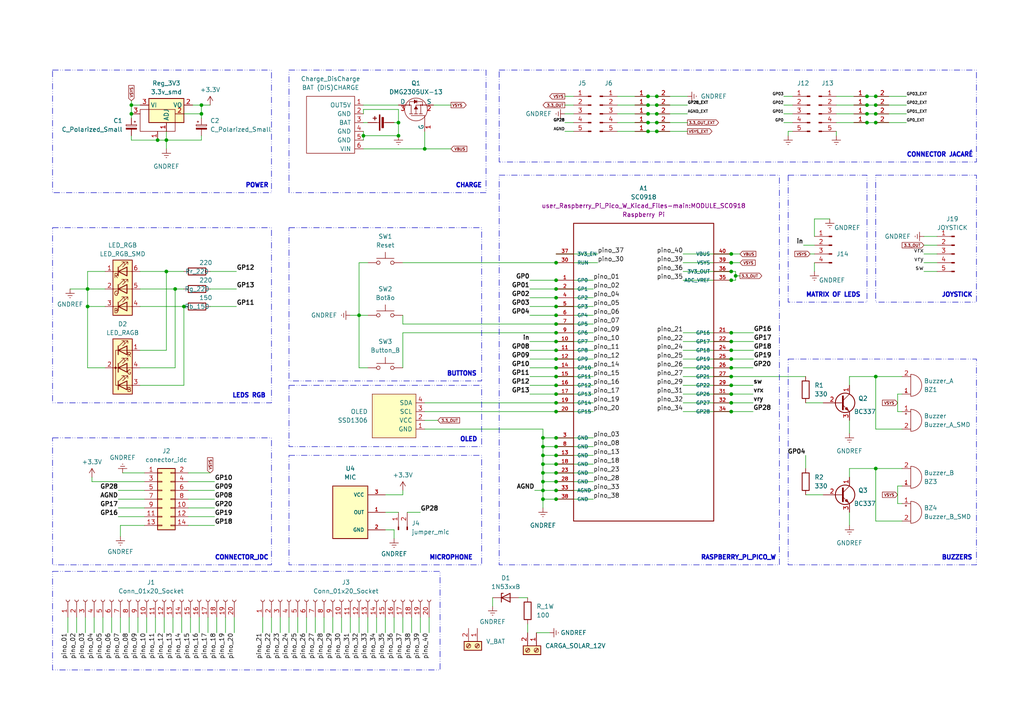
<source format=kicad_sch>
(kicad_sch (version 20230121) (generator eeschema)
  (paper "A4")
  (junction (at 161.29 111.76))
  (junction (at 161.29 99.06))
  (junction (at 161.29 116.84))
  (junction (at 161.29 109.22))
  (junction (at 161.29 104.14))
  (junction (at 161.29 134.62))
  (junction (at 212.09 109.22))
  (junction (at 161.29 132.08))
  (junction (at 58.42 33.02))
  (junction (at 161.29 129.54))
  (junction (at 161.29 137.16))
  (junction (at 254 35.56))
  (junction (at 104.14 91.44))
  (junction (at 53.34 88.9))
  (junction (at 212.09 116.84))
  (junction (at 157.48 132.08))
  (junction (at 251.46 30.48))
  (junction (at 161.29 119.38))
  (junction (at 161.29 88.9))
  (junction (at 190.5 30.48))
  (junction (at 212.09 104.14))
  (junction (at 212.09 101.6))
  (junction (at 212.09 119.38))
  (junction (at 161.29 96.52))
  (junction (at 212.09 96.52))
  (junction (at 157.48 127))
  (junction (at 38.1 33.02))
  (junction (at 212.09 76.2))
  (junction (at 157.48 129.54))
  (junction (at 161.29 86.36))
  (junction (at 254 30.48))
  (junction (at 254 33.02))
  (junction (at 161.29 114.3))
  (junction (at 190.5 35.56))
  (junction (at 161.29 139.7))
  (junction (at 212.09 81.28))
  (junction (at 161.29 106.68))
  (junction (at 187.96 38.1))
  (junction (at 254 27.94))
  (junction (at 187.96 33.02))
  (junction (at 212.09 111.76))
  (junction (at 187.96 35.56))
  (junction (at 161.29 76.2))
  (junction (at 251.46 27.94))
  (junction (at 38.1 30.48))
  (junction (at 157.48 137.16))
  (junction (at 212.09 78.74))
  (junction (at 157.48 134.62))
  (junction (at 157.48 144.78))
  (junction (at 157.48 142.24))
  (junction (at 254 109.22))
  (junction (at 123.19 43.18))
  (junction (at 212.09 73.66))
  (junction (at 251.46 35.56))
  (junction (at 187.96 27.94))
  (junction (at 161.29 81.28))
  (junction (at 213.36 80.01))
  (junction (at 50.8 83.82))
  (junction (at 254 135.89))
  (junction (at 105.41 39.37))
  (junction (at 25.4 83.82))
  (junction (at 212.09 114.3))
  (junction (at 157.48 139.7))
  (junction (at 161.29 142.24))
  (junction (at 161.29 101.6))
  (junction (at 187.96 30.48))
  (junction (at 25.4 88.9))
  (junction (at 161.29 83.82))
  (junction (at 161.29 127))
  (junction (at 212.09 106.68))
  (junction (at 251.46 33.02))
  (junction (at 48.26 78.74))
  (junction (at 190.5 38.1))
  (junction (at 45.72 40.64))
  (junction (at 161.29 91.44))
  (junction (at 190.5 33.02))
  (junction (at 161.29 144.78))
  (junction (at 161.29 93.98))
  (junction (at 115.57 39.37))
  (junction (at 115.57 35.56))
  (junction (at 212.09 99.06))
  (junction (at 58.42 30.48))
  (junction (at 190.5 27.94))
  (junction (at 48.26 40.64))
  (wire (pts (xy 118.11 148.59) (xy 121.92 148.59)))
  (wire (pts (xy 254 109.22) (xy 261.62 109.22)))
  (wire (pts (xy 260.35 146.05) (xy 261.62 146.05)))
  (wire (pts (xy 161.29 76.2) (xy 173.355 76.2)))
  (wire (pts (xy 125.73 30.48) (xy 130.81 30.48)))
  (wire (pts (xy 260.35 119.38) (xy 261.62 119.38)))
  (wire (pts (xy 254 135.89) (xy 254 151.13)))
  (wire (pts (xy 116.84 179.07) (xy 116.84 183.515)))
  (wire (pts (xy 179.07 35.56) (xy 187.96 35.56)))
  (wire (pts (xy 212.09 96.52) (xy 218.567 96.52)))
  (wire (pts (xy 198.12 111.76) (xy 212.09 111.76)))
  (wire (pts (xy 157.48 132.08) (xy 157.48 134.62)))
  (wire (pts (xy 153.67 111.76) (xy 161.29 111.76)))
  (wire (pts (xy 53.34 33.02) (xy 58.42 33.02)))
  (wire (pts (xy 179.07 33.02) (xy 187.96 33.02)))
  (wire (pts (xy 67.945 179.07) (xy 67.945 183.515)))
  (wire (pts (xy 198.12 104.14) (xy 212.09 104.14)))
  (wire (pts (xy 161.29 81.28) (xy 172.085 81.28)))
  (wire (pts (xy 242.57 35.56) (xy 251.46 35.56)))
  (wire (pts (xy 58.42 40.64) (xy 48.26 40.64)))
  (wire (pts (xy 111.76 153.67) (xy 114.3 153.67)))
  (wire (pts (xy 153.67 91.44) (xy 161.29 91.44)))
  (wire (pts (xy 153.67 99.06) (xy 161.29 99.06)))
  (wire (pts (xy 25.4 106.68) (xy 25.4 88.9)))
  (wire (pts (xy 105.41 38.1) (xy 105.41 39.37)))
  (wire (pts (xy 19.685 179.07) (xy 19.685 183.515)))
  (wire (pts (xy 99.06 179.07) (xy 99.06 183.515)))
  (wire (pts (xy 123.19 121.92) (xy 127 121.92)))
  (wire (pts (xy 34.29 142.24) (xy 41.91 142.24)))
  (wire (pts (xy 27.305 179.07) (xy 27.305 183.515)))
  (wire (pts (xy 78.74 179.07) (xy 78.74 183.515)))
  (wire (pts (xy 38.1 30.48) (xy 38.1 33.02)))
  (wire (pts (xy 37.465 179.07) (xy 37.465 183.515)))
  (wire (pts (xy 233.68 143.51) (xy 238.76 143.51)))
  (wire (pts (xy 119.38 179.07) (xy 119.38 183.515)))
  (wire (pts (xy 29.845 179.07) (xy 29.845 183.515)))
  (wire (pts (xy 109.22 179.07) (xy 109.22 183.515)))
  (wire (pts (xy 25.4 83.82) (xy 30.48 83.82)))
  (wire (pts (xy 116.84 143.51) (xy 111.76 143.51)))
  (wire (pts (xy 105.41 39.37) (xy 115.57 39.37)))
  (wire (pts (xy 187.96 35.56) (xy 190.5 35.56)))
  (wire (pts (xy 271.78 73.66) (xy 267.97 73.66)))
  (wire (pts (xy 161.29 88.9) (xy 172.085 88.9)))
  (wire (pts (xy 190.5 27.94) (xy 199.39 27.94)))
  (wire (pts (xy 234.95 73.66) (xy 236.22 73.66)))
  (wire (pts (xy 233.68 132.08) (xy 233.68 135.89)))
  (wire (pts (xy 153.67 114.3) (xy 161.29 114.3)))
  (wire (pts (xy 26.67 139.7) (xy 26.67 138.43)))
  (wire (pts (xy 104.14 76.2) (xy 104.14 91.44)))
  (wire (pts (xy 157.48 129.54) (xy 157.48 132.08)))
  (wire (pts (xy 76.2 179.07) (xy 76.2 183.515)))
  (wire (pts (xy 123.19 38.1) (xy 123.19 43.18)))
  (wire (pts (xy 161.29 129.54) (xy 157.48 129.54)))
  (wire (pts (xy 161.29 101.6) (xy 172.085 101.6)))
  (wire (pts (xy 190.5 35.56) (xy 199.39 35.56)))
  (wire (pts (xy 101.6 91.44) (xy 104.14 91.44)))
  (wire (pts (xy 157.48 124.46) (xy 157.48 127)))
  (wire (pts (xy 142.875 173.355) (xy 142.875 175.895)))
  (wire (pts (xy 105.41 31.75) (xy 105.41 33.02)))
  (wire (pts (xy 161.29 144.78) (xy 172.085 144.78)))
  (wire (pts (xy 161.29 134.62) (xy 172.085 134.62)))
  (wire (pts (xy 54.61 147.32) (xy 62.23 147.32)))
  (wire (pts (xy 161.29 132.08) (xy 157.48 132.08)))
  (wire (pts (xy 246.38 148.59) (xy 246.38 152.4)))
  (wire (pts (xy 50.165 179.07) (xy 50.165 183.515)))
  (wire (pts (xy 157.48 139.7) (xy 157.48 142.24)))
  (wire (pts (xy 163.83 30.48) (xy 166.37 30.48)))
  (wire (pts (xy 52.705 179.07) (xy 52.705 183.515)))
  (wire (pts (xy 163.83 35.56) (xy 166.37 35.56)))
  (wire (pts (xy 155.575 183.515) (xy 159.385 183.515)))
  (wire (pts (xy 242.57 38.1) (xy 242.57 39.37)))
  (wire (pts (xy 116.84 142.24) (xy 116.84 143.51)))
  (wire (pts (xy 101.6 179.07) (xy 101.6 183.515)))
  (wire (pts (xy 161.29 137.16) (xy 157.48 137.16)))
  (wire (pts (xy 227.33 30.48) (xy 229.87 30.48)))
  (wire (pts (xy 40.64 78.74) (xy 48.26 78.74)))
  (wire (pts (xy 50.8 83.82) (xy 53.34 83.82)))
  (wire (pts (xy 30.48 78.74) (xy 25.4 78.74)))
  (wire (pts (xy 213.36 80.01) (xy 214.63 80.01)))
  (wire (pts (xy 114.3 179.07) (xy 114.3 183.515)))
  (wire (pts (xy 123.19 43.18) (xy 105.41 43.18)))
  (wire (pts (xy 251.46 27.94) (xy 254 27.94)))
  (wire (pts (xy 153.67 109.22) (xy 161.29 109.22)))
  (wire (pts (xy 24.765 179.07) (xy 24.765 183.515)))
  (wire (pts (xy 187.96 27.94) (xy 190.5 27.94)))
  (wire (pts (xy 227.33 33.02) (xy 229.87 33.02)))
  (wire (pts (xy 22.225 179.07) (xy 22.225 183.515)))
  (wire (pts (xy 161.29 127) (xy 172.085 127)))
  (wire (pts (xy 88.9 179.07) (xy 88.9 183.515)))
  (wire (pts (xy 271.78 68.58) (xy 267.97 68.58)))
  (wire (pts (xy 153.67 104.14) (xy 161.29 104.14)))
  (wire (pts (xy 161.29 106.68) (xy 172.085 106.68)))
  (wire (pts (xy 198.12 73.66) (xy 212.09 73.66)))
  (wire (pts (xy 38.1 39.37) (xy 38.1 40.64)))
  (wire (pts (xy 105.41 35.56) (xy 106.68 35.56)))
  (wire (pts (xy 198.12 114.3) (xy 212.09 114.3)))
  (wire (pts (xy 121.92 179.07) (xy 121.92 183.515)))
  (wire (pts (xy 163.83 38.1) (xy 166.37 38.1)))
  (wire (pts (xy 157.48 144.78) (xy 161.29 144.78)))
  (wire (pts (xy 212.09 101.6) (xy 218.567 101.6)))
  (wire (pts (xy 123.19 116.84) (xy 161.29 116.84)))
  (wire (pts (xy 233.045 71.12) (xy 236.22 71.12)))
  (wire (pts (xy 153.67 88.9) (xy 161.29 88.9)))
  (wire (pts (xy 228.6 38.1) (xy 229.87 38.1)))
  (wire (pts (xy 242.57 33.02) (xy 251.46 33.02)))
  (wire (pts (xy 198.12 96.52) (xy 212.09 96.52)))
  (wire (pts (xy 212.09 73.66) (xy 214.63 73.66)))
  (wire (pts (xy 48.26 78.74) (xy 53.34 78.74)))
  (wire (pts (xy 40.64 83.82) (xy 50.8 83.82)))
  (wire (pts (xy 54.61 149.86) (xy 62.23 149.86)))
  (wire (pts (xy 213.36 81.28) (xy 213.36 80.01)))
  (wire (pts (xy 40.64 101.6) (xy 48.26 101.6)))
  (wire (pts (xy 246.38 121.92) (xy 246.38 125.73)))
  (wire (pts (xy 246.38 111.76) (xy 246.38 109.22)))
  (wire (pts (xy 246.38 135.89) (xy 254 135.89)))
  (wire (pts (xy 251.46 33.02) (xy 254 33.02)))
  (wire (pts (xy 40.64 111.76) (xy 53.34 111.76)))
  (wire (pts (xy 38.1 34.29) (xy 38.1 33.02)))
  (wire (pts (xy 161.29 111.76) (xy 172.085 111.76)))
  (wire (pts (xy 254 135.89) (xy 261.62 135.89)))
  (wire (pts (xy 212.09 119.38) (xy 218.44 119.38)))
  (wire (pts (xy 198.12 81.28) (xy 212.09 81.28)))
  (wire (pts (xy 198.12 101.6) (xy 212.09 101.6)))
  (wire (pts (xy 105.41 39.37) (xy 105.41 40.64)))
  (wire (pts (xy 163.83 33.02) (xy 166.37 33.02)))
  (wire (pts (xy 161.29 99.06) (xy 172.085 99.06)))
  (wire (pts (xy 161.29 137.16) (xy 172.085 137.16)))
  (wire (pts (xy 96.52 179.07) (xy 96.52 183.515)))
  (wire (pts (xy 157.48 134.62) (xy 157.48 137.16)))
  (wire (pts (xy 161.29 132.08) (xy 172.085 132.08)))
  (wire (pts (xy 153.035 180.975) (xy 153.035 183.515)))
  (wire (pts (xy 30.48 88.9) (xy 25.4 88.9)))
  (wire (pts (xy 50.8 83.82) (xy 50.8 106.68)))
  (wire (pts (xy 198.12 78.74) (xy 212.09 78.74)))
  (wire (pts (xy 179.07 30.48) (xy 187.96 30.48)))
  (wire (pts (xy 227.33 27.94) (xy 229.87 27.94)))
  (wire (pts (xy 261.62 114.3) (xy 260.35 114.3)))
  (wire (pts (xy 93.98 179.07) (xy 93.98 183.515)))
  (wire (pts (xy 161.29 73.66) (xy 173.355 73.66)))
  (wire (pts (xy 260.35 140.97) (xy 260.35 146.05)))
  (wire (pts (xy 55.245 179.07) (xy 55.245 183.515)))
  (wire (pts (xy 25.4 88.9) (xy 25.4 83.82)))
  (wire (pts (xy 157.48 142.24) (xy 157.48 144.78)))
  (wire (pts (xy 198.12 106.68) (xy 212.09 106.68)))
  (wire (pts (xy 161.29 119.38) (xy 172.085 119.38)))
  (wire (pts (xy 163.83 27.94) (xy 166.37 27.94)))
  (wire (pts (xy 34.925 179.07) (xy 34.925 183.515)))
  (wire (pts (xy 106.68 179.07) (xy 106.68 183.515)))
  (wire (pts (xy 58.42 34.29) (xy 58.42 33.02)))
  (wire (pts (xy 254 33.02) (xy 262.89 33.02)))
  (wire (pts (xy 254 27.94) (xy 262.89 27.94)))
  (wire (pts (xy 104.14 179.07) (xy 104.14 183.515)))
  (wire (pts (xy 161.29 116.84) (xy 172.085 116.84)))
  (wire (pts (xy 86.36 179.07) (xy 86.36 183.515)))
  (wire (pts (xy 54.61 152.4) (xy 62.23 152.4)))
  (wire (pts (xy 198.12 116.84) (xy 212.09 116.84)))
  (wire (pts (xy 60.325 179.07) (xy 60.325 183.515)))
  (wire (pts (xy 123.19 43.18) (xy 130.81 43.18)))
  (wire (pts (xy 123.19 119.38) (xy 161.29 119.38)))
  (wire (pts (xy 48.26 38.1) (xy 48.26 40.64)))
  (wire (pts (xy 38.1 29.21) (xy 38.1 30.48)))
  (wire (pts (xy 34.925 152.4) (xy 41.91 152.4)))
  (wire (pts (xy 58.42 39.37) (xy 58.42 40.64)))
  (wire (pts (xy 254 151.13) (xy 261.62 151.13)))
  (wire (pts (xy 179.07 38.1) (xy 187.96 38.1)))
  (wire (pts (xy 34.29 144.78) (xy 41.91 144.78)))
  (wire (pts (xy 161.29 139.7) (xy 172.085 139.7)))
  (wire (pts (xy 198.12 119.38) (xy 212.09 119.38)))
  (wire (pts (xy 179.07 27.94) (xy 187.96 27.94)))
  (wire (pts (xy 38.1 40.64) (xy 45.72 40.64)))
  (wire (pts (xy 111.76 179.07) (xy 111.76 183.515)))
  (wire (pts (xy 157.48 127) (xy 157.48 129.54)))
  (wire (pts (xy 26.67 139.7) (xy 41.91 139.7)))
  (wire (pts (xy 115.57 31.75) (xy 115.57 35.56)))
  (wire (pts (xy 187.96 30.48) (xy 190.5 30.48)))
  (wire (pts (xy 32.385 179.07) (xy 32.385 183.515)))
  (wire (pts (xy 271.78 76.2) (xy 267.97 76.2)))
  (wire (pts (xy 54.61 139.7) (xy 62.23 139.7)))
  (wire (pts (xy 25.4 78.74) (xy 25.4 83.82)))
  (wire (pts (xy 212.09 76.2) (xy 214.63 76.2)))
  (wire (pts (xy 40.64 88.9) (xy 53.34 88.9)))
  (wire (pts (xy 190.5 33.02) (xy 199.39 33.02)))
  (wire (pts (xy 227.33 35.56) (xy 229.87 35.56)))
  (wire (pts (xy 48.26 40.64) (xy 48.26 43.18)))
  (wire (pts (xy 47.625 179.07) (xy 47.625 183.515)))
  (wire (pts (xy 161.29 96.52) (xy 172.085 96.52)))
  (wire (pts (xy 60.96 88.9) (xy 68.58 88.9)))
  (wire (pts (xy 65.405 179.07) (xy 65.405 183.515)))
  (wire (pts (xy 157.48 137.16) (xy 157.48 139.7)))
  (wire (pts (xy 155.067 142.24) (xy 157.48 142.24)))
  (wire (pts (xy 153.67 83.82) (xy 161.29 83.82)))
  (wire (pts (xy 34.925 152.4) (xy 34.925 155.575)))
  (wire (pts (xy 58.42 30.48) (xy 60.96 30.48)))
  (wire (pts (xy 116.84 76.2) (xy 161.29 76.2)))
  (wire (pts (xy 54.61 142.24) (xy 62.23 142.24)))
  (wire (pts (xy 157.48 142.24) (xy 161.29 142.24)))
  (wire (pts (xy 271.78 71.12) (xy 267.97 71.12)))
  (wire (pts (xy 20.32 83.82) (xy 25.4 83.82)))
  (wire (pts (xy 187.96 38.1) (xy 190.5 38.1)))
  (wire (pts (xy 111.76 148.59) (xy 115.57 148.59)))
  (wire (pts (xy 190.5 30.48) (xy 199.39 30.48)))
  (wire (pts (xy 246.38 138.43) (xy 246.38 135.89)))
  (wire (pts (xy 30.48 106.68) (xy 25.4 106.68)))
  (wire (pts (xy 198.12 76.2) (xy 212.09 76.2)))
  (wire (pts (xy 150.495 173.355) (xy 153.035 173.355)))
  (wire (pts (xy 212.09 99.06) (xy 218.567 99.06)))
  (wire (pts (xy 213.36 80.01) (xy 213.36 78.74)))
  (wire (pts (xy 161.29 109.22) (xy 172.085 109.22)))
  (wire (pts (xy 45.72 40.64) (xy 48.26 40.64)))
  (wire (pts (xy 254 35.56) (xy 262.89 35.56)))
  (wire (pts (xy 212.09 109.22) (xy 233.68 109.22)))
  (wire (pts (xy 161.29 104.14) (xy 172.085 104.14)))
  (wire (pts (xy 83.82 179.07) (xy 83.82 183.515)))
  (wire (pts (xy 153.67 106.68) (xy 161.29 106.68)))
  (wire (pts (xy 212.09 81.28) (xy 213.36 81.28)))
  (wire (pts (xy 254 124.46) (xy 254 109.22)))
  (wire (pts (xy 251.46 30.48) (xy 254 30.48)))
  (wire (pts (xy 91.44 179.07) (xy 91.44 183.515)))
  (wire (pts (xy 161.29 134.62) (xy 157.48 134.62)))
  (wire (pts (xy 260.35 114.3) (xy 260.35 119.38)))
  (wire (pts (xy 242.57 27.94) (xy 251.46 27.94)))
  (wire (pts (xy 45.085 179.07) (xy 45.085 183.515)))
  (wire (pts (xy 251.46 35.56) (xy 254 35.56)))
  (wire (pts (xy 161.29 129.54) (xy 172.085 129.54)))
  (wire (pts (xy 54.61 144.78) (xy 62.23 144.78)))
  (wire (pts (xy 105.41 30.48) (xy 115.57 30.48)))
  (wire (pts (xy 105.41 31.75) (xy 115.57 31.75)))
  (wire (pts (xy 161.29 142.24) (xy 172.085 142.24)))
  (wire (pts (xy 34.29 149.86) (xy 41.91 149.86)))
  (wire (pts (xy 261.62 140.97) (xy 260.35 140.97)))
  (wire (pts (xy 212.09 78.74) (xy 213.36 78.74)))
  (wire (pts (xy 40.64 106.68) (xy 50.8 106.68)))
  (wire (pts (xy 261.62 124.46) (xy 254 124.46)))
  (wire (pts (xy 212.09 116.84) (xy 218.44 116.84)))
  (wire (pts (xy 106.68 106.68) (xy 104.14 106.68)))
  (wire (pts (xy 236.22 76.2) (xy 236.22 78.74)))
  (wire (pts (xy 212.09 114.3) (xy 218.44 114.3)))
  (wire (pts (xy 114.3 35.56) (xy 115.57 35.56)))
  (wire (pts (xy 104.14 91.44) (xy 106.68 91.44)))
  (wire (pts (xy 246.38 109.22) (xy 254 109.22)))
  (wire (pts (xy 212.09 106.68) (xy 218.44 106.68)))
  (wire (pts (xy 212.09 104.14) (xy 218.567 104.14)))
  (wire (pts (xy 104.14 91.44) (xy 104.14 106.68)))
  (wire (pts (xy 48.26 78.74) (xy 48.26 101.6)))
  (wire (pts (xy 161.29 86.36) (xy 172.085 86.36)))
  (wire (pts (xy 161.29 139.7) (xy 157.48 139.7)))
  (wire (pts (xy 198.12 99.06) (xy 212.09 99.06)))
  (wire (pts (xy 236.22 63.5) (xy 240.665 63.5)))
  (wire (pts (xy 161.29 127) (xy 157.48 127)))
  (wire (pts (xy 53.34 88.9) (xy 53.34 111.76)))
  (wire (pts (xy 35.56 137.16) (xy 41.91 137.16)))
  (wire (pts (xy 38.1 30.48) (xy 40.64 30.48)))
  (wire (pts (xy 60.96 78.74) (xy 68.58 78.74)))
  (wire (pts (xy 34.29 147.32) (xy 41.91 147.32)))
  (wire (pts (xy 228.6 39.37) (xy 228.6 38.1)))
  (wire (pts (xy 161.29 91.44) (xy 172.085 91.44)))
  (wire (pts (xy 233.68 116.84) (xy 238.76 116.84)))
  (wire (pts (xy 58.42 30.48) (xy 58.42 33.02)))
  (wire (pts (xy 198.12 109.22) (xy 212.09 109.22)))
  (wire (pts (xy 116.84 91.44) (xy 116.84 93.98)))
  (wire (pts (xy 114.3 153.67) (xy 114.3 156.21)))
  (wire (pts (xy 40.005 179.07) (xy 40.005 183.515)))
  (wire (pts (xy 190.5 38.1) (xy 199.39 38.1)))
  (wire (pts (xy 254 30.48) (xy 262.89 30.48)))
  (wire (pts (xy 242.57 30.48) (xy 251.46 30.48)))
  (wire (pts (xy 81.28 179.07) (xy 81.28 183.515)))
  (wire (pts (xy 212.09 111.76) (xy 218.44 111.76)))
  (wire (pts (xy 153.67 81.28) (xy 161.29 81.28)))
  (wire (pts (xy 54.61 137.16) (xy 60.96 137.16)))
  (wire (pts (xy 161.29 83.82) (xy 172.085 83.82)))
  (wire (pts (xy 116.84 96.52) (xy 161.29 96.52)))
  (wire (pts (xy 236.22 68.58) (xy 236.22 63.5)))
  (wire (pts (xy 153.67 101.6) (xy 161.29 101.6)))
  (wire (pts (xy 106.68 76.2) (xy 104.14 76.2)))
  (wire (pts (xy 116.84 93.98) (xy 161.29 93.98)))
  (wire (pts (xy 62.865 179.07) (xy 62.865 183.515)))
  (wire (pts (xy 116.84 106.68) (xy 116.84 96.52)))
  (wire (pts (xy 157.48 147.32) (xy 157.48 144.78)))
  (wire (pts (xy 60.96 83.82) (xy 68.58 83.82)))
  (wire (pts (xy 42.545 179.07) (xy 42.545 183.515)))
  (wire (pts (xy 55.88 30.48) (xy 58.42 30.48)))
  (wire (pts (xy 271.78 78.74) (xy 267.97 78.74)))
  (wire (pts (xy 123.19 124.46) (xy 157.48 124.46)))
  (wire (pts (xy 153.67 86.36) (xy 161.29 86.36)))
  (wire (pts (xy 187.96 33.02) (xy 190.5 33.02)))
  (wire (pts (xy 161.29 114.3) (xy 172.085 114.3)))
  (wire (pts (xy 115.57 35.56) (xy 115.57 39.37)))
  (wire (pts (xy 57.785 179.07) (xy 57.785 183.515)))
  (wire (pts (xy 161.29 93.98) (xy 172.085 93.98)))
  (wire (pts (xy 124.46 179.07) (xy 124.46 183.515)))
  (rectangle (start 15.24 165.735) (end 127.635 194.31) (stroke (width 0) (type dash_dot_dot)))
  (rectangle (start 83.82 66.04) (end 139.7 110.49) (stroke (width 0) (type dash_dot_dot)))
  (rectangle (start 15.24 127) (end 78.74 163.83) (stroke (width 0) (type dash_dot_dot)))
  (rectangle (start 254 50.8) (end 283.21 87.63) (stroke (width 0) (type dash_dot_dot)))
  (rectangle (start 83.82 20.32) (end 140.97 55.88) (stroke (width 0) (type dash_dot_dot)))
  (rectangle (start 83.82 132.08) (end 139.7 163.83) (stroke (width 0) (type dash_dot_dot)))
  (rectangle (start 228.6 104.14) (end 283.21 163.83) (stroke (width 0) (type dash_dot_dot)))
  (rectangle (start 15.24 20.32) (end 78.74 55.88) (stroke (width 0) (type dash_dot_dot)))
  (rectangle (start 144.78 50.8) (end 226.06 163.83) (stroke (width 0) (type dash_dot_dot)))
  (rectangle (start 228.6 50.8) (end 251.46 87.63) (stroke (width 0) (type dash_dot_dot)))
  (rectangle (start 15.24 66.04) (end 78.74 116.84) (stroke (width 0) (type dash_dot_dot)))
  (rectangle (start 83.82 111.76) (end 139.7 129.54) (stroke (width 0) (type dash_dot_dot)))
  (rectangle (start 144.78 20.32) (end 283.21 46.99) (stroke (width 0) (type dash_dot_dot)))
  (text "POWER" (at 71.12 54.61 0) (effects (font (size 1.27 1.27) (thickness 0.508) bold) (justify left bottom)))
  (text "OLED" (at 133.35 128.27 0) (effects (font (size 1.27 1.27) (thickness 0.508) bold) (justify left bottom)))
  (text "BUZZERS" (at 273.05 162.56 0) (effects (font (size 1.27 1.27) (thickness 0.508) bold) (justify left bottom)))
  (text "LEDS RGB" (at 67.31 115.57 0) (effects (font (size 1.27 1.27) (thickness 0.508) bold) (justify left bottom)))
  (text "BUTTONS" (at 129.54 109.22 0) (effects (font (size 1.27 1.27) (thickness 0.508) bold) (justify left bottom)))
  (text "MICROPHONE" (at 124.46 162.56 0) (effects (font (size 1.27 1.27) (thickness 0.508) bold) (justify left bottom)))
  (text "CONNECTOR_IDC" (at 62.23 162.56 0) (effects (font (size 1.27 1.27) (thickness 0.508) bold) (justify left bottom)))
  (text "CONNECTOR JACARÉ" (at 262.89 45.72 0) (effects (font (size 1.27 1.27) (thickness 0.508) bold) (justify left bottom)))
  (text "CHARGE\n" (at 132.08 54.61 0) (effects (font (size 1.27 1.27) (thickness 0.508) bold) (justify left bottom)))
  (text "MATRIX OF LEDS" (at 233.68 86.36 0) (effects (font (size 1.27 1.27) (thickness 0.508) bold) (justify left bottom)))
  (text "RASPBERRY_PI_PICO_W" (at 203.2 162.56 0) (effects (font (size 1.27 1.27) (thickness 0.508) bold) (justify left bottom)))
  (text "JOYSTICK" (at 273.05 86.36 0) (effects (font (size 1.27 1.27) (thickness 0.508) bold) (justify left bottom)))
  (label "pino_18" (at 62.865 183.515 270))
  (label "pino_01" (at 172.085 81.28 0))
  (label "pino_25" (at 86.36 183.515 270))
  (label "GP13" (at 153.67 114.3 180) (effects (font bold)))
  (label "GP16" (at 218.567 96.52 0) (effects (font bold)))
  (label "pino_18" (at 172.085 134.62 0))
  (label "pino_34" (at 109.22 183.515 270))
  (label "pino_40" (at 124.46 183.515 270))
  (label "pino_27" (at 198.12 109.22 180))
  (label "GP02" (at 153.67 86.36 180) (effects (font bold)))
  (label "in" (at 153.67 99.06 180) (effects (font (thickness 0.254) bold)))
  (label "pino_24" (at 198.12 101.6 180))
  (label "pino_23" (at 172.085 137.16 0))
  (label "in" (at 233.045 71.12 180) (effects (font (thickness 0.254) bold)))
  (label "pino_10" (at 42.545 183.515 270))
  (label "vry" (at 218.44 116.84 0) (effects (font (thickness 0.254) bold)))
  (label "pino_14" (at 172.085 106.68 0))
  (label "pino_21" (at 76.2 183.515 270))
  (label "vrx" (at 218.44 114.3 0) (effects (font (thickness 0.254) bold)))
  (label "pino_29" (at 198.12 111.76 180))
  (label "pino_09" (at 40.005 183.515 270))
  (label "pino_35" (at 111.76 183.515 270))
  (label "GP10" (at 153.67 106.68 180) (effects (font bold)))
  (label "pino_07" (at 172.085 93.98 0))
  (label "GP01_EXT" (at 262.89 33.02 0) (effects (font (size 0.8 0.8) bold)))
  (label "pino_32" (at 104.14 183.515 270))
  (label "GP09" (at 62.23 142.24 0) (effects (font (thickness 0.254) bold)))
  (label "GP12" (at 68.58 78.74 0) (effects (font bold)))
  (label "GP08" (at 153.67 101.6 180) (effects (font bold)))
  (label "GP01" (at 227.33 33.02 180) (effects (font (size 0.8 0.8) bold)))
  (label "pino_33" (at 106.68 183.515 270))
  (label "pino_38" (at 172.085 144.78 0))
  (label "GP04" (at 233.68 132.08 180) (effects (font bold)))
  (label "pino_07" (at 34.925 183.515 270))
  (label "pino_38" (at 119.38 183.515 270))
  (label "sw" (at 218.44 111.76 0) (effects (font (thickness 0.254) bold)))
  (label "pino_08" (at 37.465 183.515 270))
  (label "pino_40" (at 198.12 73.66 180))
  (label "GP04" (at 153.67 91.44 180) (effects (font bold)))
  (label "pino_06" (at 172.085 91.44 0))
  (label "pino_21" (at 198.12 96.52 180))
  (label "pino_30" (at 173.355 76.2 0))
  (label "GP28" (at 218.44 119.38 0) (effects (font (thickness 0.254) bold)))
  (label "GP18" (at 218.567 101.6 0) (effects (font bold)))
  (label "pino_35" (at 198.12 81.28 180))
  (label "pino_26" (at 88.9 183.515 270))
  (label "pino_31" (at 198.12 114.3 180))
  (label "GP11" (at 153.67 109.22 180) (effects (font bold)))
  (label "AGND" (at 155.067 142.24 180) (effects (font bold)))
  (label "GP03" (at 227.33 27.94 180) (effects (font (size 0.8 0.8) bold)))
  (label "GP08" (at 62.23 144.78 0) (effects (font bold)))
  (label "sw" (at 267.97 78.74 180))
  (label "pino_36" (at 114.3 183.515 270))
  (label "pino_19" (at 172.085 116.84 0))
  (label "pino_05" (at 172.085 88.9 0))
  (label "pino_11" (at 172.085 101.6 0))
  (label "pino_05" (at 29.845 183.515 270))
  (label "pino_28" (at 93.98 183.515 270))
  (label "GP20" (at 62.23 147.32 0) (effects (font (thickness 0.254) bold)))
  (label "GP0_EXT" (at 262.89 35.56 0) (effects (font (size 0.8 0.8) bold)))
  (label "pino_29" (at 96.52 183.515 270))
  (label "GP28" (at 163.83 35.56 180) (effects (font (size 0.8 0.8) (thickness 0.254) bold)))
  (label "pino_02" (at 172.085 83.82 0))
  (label "GP02_EXT" (at 262.89 30.48 0) (effects (font (size 0.8 0.8) bold)))
  (label "pino_16" (at 172.085 111.76 0))
  (label "GP19" (at 62.23 149.86 0) (effects (font bold)))
  (label "pino_16" (at 57.785 183.515 270))
  (label "pino_14" (at 52.705 183.515 270))
  (label "GP12" (at 153.67 111.76 180) (effects (font bold)))
  (label "pino_31" (at 101.6 183.515 270))
  (label "GP09" (at 153.67 104.14 180) (effects (font (thickness 0.254) bold)))
  (label "GP10" (at 62.23 139.7 0) (effects (font bold)))
  (label "GP16" (at 34.29 149.86 180) (effects (font bold)))
  (label "pino_20" (at 67.945 183.515 270))
  (label "pino_24" (at 83.82 183.515 270))
  (label "pino_39" (at 198.12 76.2 180))
  (label "GP13" (at 68.58 83.82 0) (effects (font bold)))
  (label "pino_37" (at 173.355 73.66 0))
  (label "pino_12" (at 47.625 183.515 270))
  (label "pino_28" (at 172.085 139.7 0))
  (label "GP0" (at 227.33 35.56 180) (effects (font (size 0.8 0.8) bold)))
  (label "pino_03" (at 24.765 183.515 270))
  (label "pino_04" (at 172.085 86.36 0))
  (label "pino_30" (at 99.06 183.515 270))
  (label "pino_09" (at 172.085 96.52 0))
  (label "pino_04" (at 27.305 183.515 270))
  (label "pino_19" (at 65.405 183.515 270))
  (label "pino_26" (at 198.12 106.68 180))
  (label "GP17" (at 218.567 99.06 0) (effects (font bold)))
  (label "pino_17" (at 172.085 114.3 0))
  (label "GP28_EXT" (at 199.39 30.48 0) (effects (font (size 0.8 0.8) (thickness 0.254) bold)))
  (label "GP19" (at 218.567 104.14 0) (effects (font bold)))
  (label "pino_37" (at 116.84 183.515 270))
  (label "GP0" (at 153.67 81.28 180) (effects (font bold)))
  (label "GP03" (at 153.67 88.9 180) (effects (font bold)))
  (label "GP02" (at 227.33 30.48 180) (effects (font (size 0.8 0.8) bold)))
  (label "AGND_EXT" (at 199.39 33.02 0) (effects (font (size 0.8 0.8) bold)))
  (label "pino_11" (at 45.085 183.515 270))
  (label "pino_12" (at 172.085 104.14 0))
  (label "GP28" (at 34.29 142.24 180) (effects (font (thickness 0.254) bold)))
  (label "pino_22" (at 198.12 99.06 180))
  (label "pino_08" (at 172.085 129.54 0))
  (label "GP18" (at 62.23 152.4 0) (effects (font bold)))
  (label "pino_33" (at 172.085 142.24 0))
  (label "pino_22" (at 78.74 183.515 270))
  (label "GP01" (at 153.67 83.82 180) (effects (font bold)))
  (label "pino_25" (at 198.12 104.14 180))
  (label "GP11" (at 68.58 88.9 0) (effects (font bold)))
  (label "pino_17" (at 60.325 183.515 270))
  (label "vry" (at 267.97 76.2 180))
  (label "pino_34" (at 198.12 119.38 180))
  (label "pino_15" (at 172.085 109.22 0))
  (label "pino_03" (at 172.085 127 0))
  (label "pino_01" (at 19.685 183.515 270))
  (label "GP03_EXT" (at 262.89 27.94 0) (effects (font (size 0.8 0.8) bold)))
  (label "pino_13" (at 50.165 183.515 270))
  (label "pino_13" (at 172.085 132.08 0))
  (label "pino_15" (at 55.245 183.515 270))
  (label "pino_39" (at 121.92 183.515 270))
  (label "GP17" (at 34.29 147.32 180) (effects (font bold)))
  (label "pino_20" (at 172.085 119.38 0))
  (label "pino_02" (at 22.225 183.515 270))
  (label "AGND" (at 163.83 38.1 180) (effects (font (size 0.8 0.8) bold)))
  (label "GP20" (at 218.44 106.68 0) (effects (font (thickness 0.254) bold)))
  (label "vrx" (at 267.97 73.66 180))
  (label "AGND" (at 34.29 144.78 180) (effects (font bold)))
  (label "pino_10" (at 172.085 99.06 0))
  (label "GP28" (at 121.92 148.59 0) (effects (font (thickness 0.254) bold)))
  (label "pino_06" (at 32.385 183.515 270))
  (label "pino_36" (at 198.12 78.74 180))
  (label "pino_27" (at 91.44 183.515 270))
  (label "pino_23" (at 81.28 183.515 270))
  (label "pino_32" (at 198.12 116.84 180))
  (global_label "3.3_OUT" (shape output) (at 163.83 30.48 180) (effects (font (size 0.8 0.8))) (property "Intersheetrefs" "${INTERSHEET_REFS}" (effects hide)))
  (global_label "VSYS" (shape input) (at 60.96 137.16 90) (effects (font (size 0.8 0.8))) (property "Intersheetrefs" "${INTERSHEET_REFS}" (effects hide)))
  (global_label "VSYS" (shape input) (at 260.35 116.84 180) (effects (font (size 0.8 0.8))) (property "Intersheetrefs" "${INTERSHEET_REFS}" (effects hide)))
  (global_label "VSYS_EXT" (shape output) (at 199.39 38.1 0) (effects (font (size 0.8 0.8))) (property "Intersheetrefs" "${INTERSHEET_REFS}" (effects hide)))
  (global_label "3.3_OUT_EXT" (shape output) (at 199.39 35.56 0) (effects (font (size 0.8 0.8))) (property "Intersheetrefs" "${INTERSHEET_REFS}" (effects hide)))
  (global_label "VSYS" (shape input) (at 38.1 29.21 90) (effects (font (size 0.8 0.8))) (property "Intersheetrefs" "${INTERSHEET_REFS}" (effects hide)))
  (global_label "VSYS" (shape output) (at 163.83 27.94 180) (effects (font (size 0.8 0.8))) (property "Intersheetrefs" "${INTERSHEET_REFS}" (effects hide)))
  (global_label "VSYS" (shape input) (at 260.35 143.51 180) (effects (font (size 0.8 0.8))) (property "Intersheetrefs" "${INTERSHEET_REFS}" (effects hide)))
  (global_label "VBUS" (shape input) (at 214.63 73.66 0) (effects (font (size 0.8 0.8))) (property "Intersheetrefs" "${INTERSHEET_REFS}" (effects hide)))
  (global_label "VSYS" (shape input) (at 234.95 73.66 180) (effects (font (size 0.8 0.8))) (property "Intersheetrefs" "${INTERSHEET_REFS}" (effects hide)))
  (global_label "VSYS" (shape input) (at 214.63 76.2 0) (effects (font (size 0.8 0.8))) (property "Intersheetrefs" "${INTERSHEET_REFS}" (effects hide)))
  (global_label "3.3_OUT" (shape input) (at 127 121.92 0) (effects (font (size 0.8 0.8))) (property "Intersheetrefs" "${INTERSHEET_REFS}" (effects hide)))
  (global_label "VSYS" (shape output) (at 130.81 30.48 0) (effects (font (size 0.8 0.8))) (property "Intersheetrefs" "${INTERSHEET_REFS}" (effects hide)))
  (global_label "VBUS" (shape input) (at 130.81 43.18 0) (effects (font (size 0.8 0.8))) (property "Intersheetrefs" "${INTERSHEET_REFS}" (effects hide)))
  (global_label "3.3_OUT" (shape output) (at 214.63 80.01 0) (effects (font (size 0.8 0.8))) (property "Intersheetrefs" "${INTERSHEET_REFS}" (effects hide)))
  (global_label "3.3_OUT" (shape input) (at 267.97 71.12 180) (effects (font (size 0.8 0.8))) (property "Intersheetrefs" "${INTERSHEET_REFS}" (effects hide)))
  (symbol (lib_id "power:GNDREF") (at 34.925 155.575 0) (unit 1)
    (property "Reference" "#PWR03" (effects hide))
    (property "Value" "GNDREF" (at 34.925 160.02 0))
  )
  (symbol (lib_id "Device:R") (at 233.68 113.03 0) (unit 1)
    (property "Reference" "R1" (at 236.22 111.76 0) (effects (justify left)))
    (property "Value" "330" (at 236.22 114.3 0) (effects (justify left)))
    (property "Footprint" "Resistor_THT:R_Axial_DIN0207_L6.3mm_D2.5mm_P7.62mm_Horizontal" (effects hide))
  )
  (symbol (lib_id "power:GNDREF") (at 35.56 137.16 180) (unit 1)
    (property "Reference" "#PWR04" (effects hide))
    (property "Value" "GNDREF" (at 35.56 132.715 0))
  )
  (symbol (lib_id "power:+3.3V") (at 116.84 142.24 0) (unit 1)
    (property "Reference" "#PWR010" (effects hide))
    (property "Value" "+3.3V" (at 116.84 137.795 0))
  )
  (symbol (lib_id "Device:LED_RKBG") (at 35.56 106.68 0) (unit 1)
    (property "Reference" "D2" (at 35.56 93.98 0))
    (property "Value" "LED_RAGB" (at 35.56 96.52 0))
    (property "Footprint" "LED_THT:LED_D5.0mm-4_RGB_Wide_Pins" (effects hide))
  )
  (symbol (lib_id "Connector_custom:Conn_01x02") (at 189.23 26.67 0) (unit 1)
    (property "Reference" "J9" (effects hide))
    (property "Value" "GND" (effects hide))
    (property "Footprint" "Connector_Wire:SolderWire-2sqmm_1x02_P7.8mm_D2mm_OD3.9mm" (effects hide))
  )
  (symbol (lib_id "power:GNDREF") (at 199.39 27.94 90) (unit 1)
    (property "Reference" "#PWR013" (effects hide))
    (property "Value" "GNDREF" (at 203.2 27.94 90) (effects (justify right)))
  )
  (symbol (lib_id "Raspberry_Pi_Pico_W_SC0918:DMG2305UX-13") (at 120.65 30.48 90) (unit 1)
    (property "Reference" "Q1" (at 120.65 24.13 90))
    (property "Value" "DMG2305UX-13" (at 120.65 26.67 90))
    (property "Footprint" "Package_TO_SOT_SMD:SOT-23-3" (effects hide))
    (property "Datasheet" "https://www.diodes.com/assets/Datasheets/DMG2305UX.pdf" (effects hide))
    (property "Digi-Key_PN" "DMG2305UX-13DICT-ND" (effects hide))
    (property "MPN" "DMG2305UX-13" (effects hide))
    (property "Category" "Discrete Semiconductor Products" (effects hide))
    (property "Family" "Transistors - FETs, MOSFETs - Single" (effects hide))
    (property "DK_Datasheet_Link" "https://www.diodes.com/assets/Datasheets/DMG2305UX.pdf" (effects hide))
    (property "DK_Detail_Page" "/product-detail/en/diodes-incorporated/DMG2305UX-13/DMG2305UX-13DICT-ND/4251589" (effects hide))
    (property "Description" "MOSFET P-CH 20V 4.2A SOT23" (effects hide))
    (property "Manufacturer" "Diodes Incorporated" (effects hide))
    (property "Status" "Active" (effects hide))
  )
  (symbol (lib_id "Device:Buzzer") (at 264.16 148.59 0) (unit 1)
    (property "Reference" "BZ4" (at 267.97 147.32 0) (effects (justify left)))
    (property "Value" "Buzzer_B_SMD" (at 267.97 149.86 0) (effects (justify left)))
    (property "Footprint" "Buzzer_Beeper:MagneticBuzzer_CUI_CMT-8504-100-SMT" (effects hide))
  )
  (symbol (lib_id "power:GNDREF") (at 242.57 39.37 0) (unit 1)
    (property "Reference" "#PWR017" (effects hide))
    (property "Value" "GNDREF" (effects hide))
  )
  (symbol (lib_id "power:GNDREF") (at 142.875 175.895 0) (unit 1)
    (property "Reference" "#PWR022" (effects hide))
    (property "Value" "GNDREF" (at 142.875 180.34 0))
  )
  (symbol (lib_id "Device:C_Polarized_Small") (at 38.1 36.83 0) (mirror y) (unit 1)
    (property "Reference" "C1" (at 35.56 35.0139 0) (effects (justify left)))
    (property "Value" "C_Polarized_Small" (at 35.56 37.5539 0) (effects (justify left)))
    (property "Footprint" "Capacitor_SMD:CP_Elec_5x5.9" (effects hide))
  )
  (symbol (lib_id "Device:Buzzer") (at 264.16 121.92 0) (unit 1)
    (property "Reference" "Buzzer" (at 267.97 120.65 0) (effects (justify left)))
    (property "Value" "Buzzer_A_SMD" (at 267.97 123.19 0) (effects (justify left)))
    (property "Footprint" "Buzzer_Beeper:MagneticBuzzer_CUI_CMT-8504-100-SMT" (effects hide))
  )
  (symbol (lib_id "Connector:Conn_01x02_Pin") (at 115.57 153.67 90) (unit 1)
    (property "Reference" "J4" (at 119.38 151.765 90) (effects (justify right)))
    (property "Value" "jumper_mic" (at 119.38 154.305 90) (effects (justify right)))
    (property "Footprint" "Connector_PinHeader_2.54mm:PinHeader_1x02_P2.54mm_Vertical" (effects hide))
  )
  (symbol (lib_id "Connector_custom:Conn_01x02") (at 189.23 29.21 0) (unit 1)
    (property "Reference" "J10" (effects hide))
    (property "Value" "3V3" (effects hide))
    (property "Footprint" "Connector_Wire:SolderWire-2sqmm_1x02_P7.8mm_D2mm_OD3.9mm" (effects hide))
  )
  (symbol (lib_id "power:GNDREF") (at 159.385 183.515 90) (unit 1)
    (property "Reference" "#PWR021" (effects hide))
    (property "Value" "GNDREF" (at 162.56 183.515 90) (effects (justify right)))
  )
  (symbol (lib_id "power:GNDREF") (at 228.6 39.37 0) (unit 1)
    (property "Reference" "#PWR014" (effects hide))
    (property "Value" "GNDREF" (effects hide))
  )
  (symbol (lib_id "Connector:Conn_01x20_Socket") (at 99.06 173.99 90) (unit 1)
    (property "Reference" "J3" (at 100.33 168.91 90))
    (property "Value" "Conn_01x20_Socket" (at 100.33 171.45 90))
    (property "Footprint" "Connector_PinHeader_2.54mm:PinHeader_1x20_P2.54mm_Vertical" (effects hide))
  )
  (symbol (lib_id "power:GNDREF") (at 163.83 33.02 270) (unit 1)
    (property "Reference" "#PWR012" (effects hide))
    (property "Value" "GNDREF" (at 160.02 33.02 90) (effects (justify right)))
  )
  (symbol (lib_id "Connector_custom:Conn_01x02") (at 252.73 29.21 0) (unit 1)
    (property "Reference" "J18" (effects hide))
    (property "Value" "3" (effects hide))
    (property "Footprint" "Connector_Wire:SolderWire-2sqmm_1x02_P7.8mm_D2mm_OD3.9mm" (effects hide))
  )
  (symbol (lib_id "Diode:1N53xxB") (at 146.685 173.355 0) (unit 1)
    (property "Reference" "D1" (at 146.685 167.64 0))
    (property "Value" "1N53xxB" (at 146.685 170.18 0))
    (property "Footprint" "Diode_THT:D_DO-201_P15.24mm_Horizontal" (effects hide))
    (property "Datasheet" "https://diotec.com/tl_files/diotec/files/pdf/datasheets/1n5345b.pdf" (effects hide))
  )
  (symbol (lib_id "Connector:Conn_01x05_Pin") (at 234.95 33.02 0) (mirror y) (unit 1)
    (property "Reference" "J12" (at 231.14 24.13 0) (effects (justify right)))
    (property "Value" "Conn_01x05_Pin" (effects hide))
    (property "Footprint" "Connector_PinHeader_2.54mm:PinHeader_1x05_P2.54mm_Vertical" (effects hide))
  )
  (symbol (lib_id "Connector:Screw_Terminal_01x02") (at 138.43 187.325 270) (unit 1)
    (property "Reference" "V_BAT" (at 140.97 186.055 90) (effects (justify left)))
    (property "Value" "JST_EH_B2B-EH-A_1x02_P2.50mm_Vertical" (effects hide))
  )
  (symbol (lib_id "Connector_custom:Conn_01x02") (at 252.73 24.13 0) (unit 1)
    (property "Reference" "J16" (effects hide))
    (property "Value" "1" (effects hide))
    (property "Footprint" "Connector_Wire:SolderWire-2sqmm_1x02_P7.8mm_D2mm_OD3.9mm" (effects hide))
  )
  (symbol (lib_id "power:+3.3V") (at 60.96 30.48 0) (unit 1)
    (property "Reference" "#PWR06" (effects hide))
    (property "Value" "+3.3V" (at 60.96 26.035 0))
  )
  (symbol (lib_id "Device:C_Polarized_Small") (at 58.42 36.83 0) (unit 1)
    (property "Reference" "C2" (at 60.96 35.0139 0) (effects (justify left)))
    (property "Value" "C_Polarized_Small" (at 60.96 37.5539 0) (effects (justify left)))
    (property "Footprint" "Capacitor_SMD:CP_Elec_5x5.9" (effects hide))
  )
  (symbol (lib_id "Connector_custom:Conn_01x02") (at 252.73 21.59 0) (unit 1)
    (property "Reference" "J15" (effects hide))
    (property "Value" "0" (effects hide))
    (property "Footprint" "Connector_Wire:SolderWire-2sqmm_1x02_P7.8mm_D2mm_OD3.9mm" (effects hide))
  )
  (symbol (lib_id "power:GNDREF") (at 115.57 39.37 0) (unit 1)
    (property "Reference" "#PWR09" (effects hide))
    (property "Value" "GNDREF" (effects hide))
  )
  (symbol (lib_id "Connector:Conn_01x05_Pin") (at 171.45 33.02 0) (mirror y) (unit 1)
    (property "Reference" "J5" (at 167.64 24.13 0) (effects (justify right)))
    (property "Value" "Conn_01x05_Pin" (effects hide))
    (property "Footprint" "Connector_PinHeader_2.54mm:PinHeader_1x05_P2.54mm_Vertical" (effects hide))
  )
  (symbol (lib_id "power:GNDREF") (at 236.22 78.74 0) (unit 1)
    (property "Reference" "#PWR015" (effects hide))
    (property "Value" "GNDREF" (at 241.3 81.28 0))
  )
  (symbol (lib_id "Device:Buzzer") (at 264.16 111.76 0) (mirror x) (unit 1)
    (property "Reference" "BZ1" (at 267.97 113.03 0) (effects (justify left)))
    (property "Value" "Buzzer_A" (at 267.97 110.49 0) (effects (justify left)))
    (property "Footprint" "Buzzer_Beeper:Buzzer_12x9.5RM7.6" (effects hide))
  )
  (symbol (lib_id "power:GNDREF") (at 20.32 83.82 0) (unit 1)
    (property "Reference" "#PWR01" (effects hide))
    (property "Value" "GNDREF" (at 20.32 88.265 0))
  )
  (symbol (lib_id "power:GNDREF") (at 246.38 125.73 0) (unit 1)
    (property "Reference" "#PWR018" (effects hide))
    (property "Value" "GNDREF" (at 246.38 130.81 0))
  )
  (symbol (lib_id "Device:R") (at 57.15 83.82 90) (unit 1)
    (property "Reference" "Rg_220" (at 57.15 83.82 90))
    (property "Value" "220" (at 59.69 81.28 90))
    (property "Footprint" "Resistor_THT:R_Axial_DIN0207_L6.3mm_D2.5mm_P7.62mm_Horizontal" (effects hide))
  )
  (symbol (lib_id "microphone max4466:1063") (at 101.6 148.59 0) (unit 1)
    (property "Reference" "U4" (at 101.6 135.89 0))
    (property "Value" "MIC" (at 101.6 138.43 0))
    (property "Footprint" "user_1063:MODULE_1063" (effects hide))
    (property "PARTREV" "1.0" (effects hide))
    (property "STANDARD" "Manufacturer Recommendations" (effects hide))
    (property "MANUFACTURER" "Adafruit Industries" (effects hide))
    (property "SNAPEDA_PN" "1063" (effects hide))
  )
  (symbol (lib_id "Device:R") (at 57.15 88.9 90) (unit 1)
    (property "Reference" "Rb_150" (at 57.15 88.9 90))
    (property "Value" "150" (at 59.69 86.36 90))
    (property "Footprint" "Resistor_THT:R_Axial_DIN0207_L6.3mm_D2.5mm_P7.62mm_Horizontal" (effects hide))
  )
  (symbol (lib_id "power:GNDREF") (at 48.26 43.18 0) (unit 1)
    (property "Reference" "#PWR05" (effects hide))
    (property "Value" "GNDREF" (at 48.26 48.26 0))
  )
  (symbol (lib_id "power:GNDREF") (at 101.6 91.44 270) (unit 1)
    (property "Reference" "#PWR07" (effects hide))
    (property "Value" "GNDREF" (at 97.79 91.44 90) (effects (justify right)))
  )
  (symbol (lib_id "Raspberry_Pi_Pico_W_SC0918:SC0918") (at 186.69 107.95 0) (unit 1)
    (property "Reference" "A1" (at 186.69 54.61 0))
    (property "Value" "SC0918" (at 186.69 57.15 0))
    (property "Footprint" "user_Raspberry_Pi_Pico_W_Kicad_Files-main:MODULE_SC0918" (at 186.69 59.69 0))
    (property "Datasheet" "https://datasheets.raspberrypi.com/picow/pico-w-datasheet.pdf" (effects hide))
    (property "manufacturer" "Raspberry Pi" (at 186.69 62.23 0))
    (property "P/N" "SC0918" (effects hide))
    (property "PARTREV" "1.6" (effects hide))
    (property "MAXIMUM_PACKAGE_HEIGHT" "3.73mm" (effects hide))
  )
  (symbol (lib_id "Connector:Conn_01x05_Pin") (at 276.86 73.66 0) (mirror y) (unit 1)
    (property "Reference" "J19" (at 276.225 63.5 0))
    (property "Value" "JOYSTICK" (at 276.225 66.04 0))
    (property "Footprint" "user_ky-023-joystick-module-1.snapshot.4:ky-023" (effects hide))
  )
  (symbol (lib_id "power:+3.3V") (at 26.67 138.43 0) (unit 1)
    (property "Reference" "#PWR02" (effects hide))
    (property "Value" "+3.3V" (at 26.67 133.985 0))
  )
  (symbol (lib_id "Device:R") (at 233.68 139.7 0) (unit 1)
    (property "Reference" "R2" (at 236.22 138.43 0) (effects (justify left)))
    (property "Value" "330" (at 236.22 140.97 0) (effects (justify left)))
    (property "Footprint" "Resistor_THT:R_Axial_DIN0207_L6.3mm_D2.5mm_P7.62mm_Horizontal" (effects hide))
  )
  (symbol (lib_id "Switch:SW_Push") (at 111.76 91.44 0) (mirror y) (unit 1)
    (property "Reference" "SW2" (at 111.76 83.82 0))
    (property "Value" "Botão" (at 111.76 86.36 0))
    (property "Footprint" "Button_Switch_THT:SW_PUSH_6mm" (effects hide))
  )
  (symbol (lib_id "Device:Battery_Cell") (at 111.76 35.56 90) (unit 1)
    (property "Reference" "BT1" (effects hide))
    (property "Value" "Battery_Cell" (effects hide))
    (property "Footprint" "Battery:BatteryHolder_MPD_BH-18650-PC2" (effects hide))
  )
  (symbol (lib_id "power:GNDREF") (at 157.48 147.32 0) (unit 1)
    (property "Reference" "#PWR011" (effects hide))
    (property "Value" "GNDREF" (at 157.48 152.4 0))
  )
  (symbol (lib_id "power:GNDREF") (at 240.665 63.5 0) (unit 1)
    (property "Reference" "#PWR016" (effects hide))
    (property "Value" "GNDREF" (at 245.745 66.04 0))
  )
  (symbol (lib_id "Device:LED_RGB") (at 35.56 83.82 0) (unit 1)
    (property "Reference" "LED_RGB" (at 35.56 71.12 0))
    (property "Value" "LED_RGB_SMD" (at 35.56 73.66 0))
    (property "Footprint" "LED_SMD:LED_RGB_5050-6" (effects hide))
  )
  (symbol (lib_id "dk_PMIC-Voltage-Regulators-Linear:LD1117V33") (at 45.72 33.02 0) (unit 1)
    (property "Reference" "U1" (effects hide))
    (property "Value" "3.3v_tht" (effects hide))
    (property "Footprint" "Package_TO_SOT_THT:TO-220-3_Vertical" (effects hide))
    (property "MPN" "LD1117V33" (effects hide))
    (property "Category" "Integrated Circuits (ICs)" (effects hide))
    (property "Family" "PMIC - Voltage Regulators - Linear" (effects hide))
    (property "DK_Datasheet_Link" "http://www.st.com/content/ccc/resource/technical/document/datasheet/99/3b/7d/91/91/51/4b/be/CD00000544.pdf/files/CD00000544.pdf/jcr:content/translations/en.CD00000544.pdf" (effects hide))
    (property "DK_Detail_Page" "/product-detail/en/stmicroelectronics/LD1117V33/497-1491-5-ND/586012" (effects hide))
    (property "Description" "IC REG LINEAR 3.3V 800MA TO220AB" (effects hide))
    (property "Manufacturer" "STMicroelectronics" (effects hide))
    (property "Status" "Active" (effects hide))
  )
  (symbol (lib_id "Switch:SW_Push") (at 111.76 76.2 0) (mirror y) (unit 1)
    (property "Reference" "SW1" (at 111.76 68.58 0))
    (property "Value" "Reset" (at 111.76 71.12 0))
    (property "Footprint" "Button_Switch_THT:SW_PUSH_6mm" (effects hide))
  )
  (symbol (lib_id "Connector_custom:Conn_01x02") (at 189.23 21.59 0) (unit 1)
    (property "Reference" "J7" (effects hide))
    (property "Value" "GND" (effects hide))
    (property "Footprint" "Connector_Wire:SolderWire-2sqmm_1x02_P7.8mm_D2mm_OD3.9mm" (effects hide))
  )
  (symbol (lib_id "Connector_custom:Conn_01x02") (at 189.23 31.75 0) (unit 1)
    (property "Reference" "J11" (effects hide))
    (property "Value" "5V-VSYS" (effects hide))
    (property "Footprint" "Connector_Wire:SolderWire-2sqmm_1x02_P7.8mm_D2mm_OD3.9mm" (effects hide))
  )
  (symbol (lib_id "Connector:Conn_01x20_Socket") (at 42.545 173.99 90) (unit 1)
    (property "Reference" "J1" (at 43.815 168.91 90))
    (property "Value" "Conn_01x20_Socket" (at 43.815 171.45 90))
    (property "Footprint" "Connector_PinHeader_2.54mm:PinHeader_1x20_P2.54mm_Vertical" (effects hide))
  )
  (symbol (lib_id "Device:R") (at 153.035 177.165 0) (unit 1)
    (property "Reference" "R_1W" (at 155.575 175.895 0) (effects (justify left)))
    (property "Value" "100" (at 155.575 178.435 0) (effects (justify left)))
    (property "Footprint" "Resistor_THT:R_Axial_DIN0411_L9.9mm_D3.6mm_P12.70mm_Horizontal" (effects hide))
  )
  (symbol (lib_id "Device:R") (at 57.15 78.74 90) (unit 1)
    (property "Reference" "Rr_220" (at 57.15 78.74 90))
    (property "Value" "220" (at 59.69 76.2 90))
    (property "Footprint" "Resistor_THT:R_Axial_DIN0207_L6.3mm_D2.5mm_P7.62mm_Horizontal" (effects hide))
  )
  (symbol (lib_id "power:GNDREF") (at 267.97 68.58 270) (mirror x) (unit 1)
    (property "Reference" "#PWR020" (effects hide))
    (property "Value" "GNDREF" (at 264.16 68.58 90) (effects (justify right)))
  )
  (symbol (lib_id "Connector_Generic:Conn_02x07_Odd_Even") (at 46.99 144.78 0) (unit 1)
    (property "Reference" "J2" (at 48.26 130.81 0))
    (property "Value" "conector_idc" (at 48.26 133.35 0))
    (property "Footprint" "Connector_PinHeader_2.54mm:PinHeader_2x07_P2.54mm_Vertical" (effects hide))
  )
  (symbol (lib_id "Connector:Screw_Terminal_01x02") (at 155.575 188.595 270) (unit 1)
    (property "Reference" "CARGA_SOLAR_12V" (at 158.115 187.325 90) (effects (justify left)))
    (property "Value" "solar" (effects hide))
    (property "Footprint" "Connector_JST:JST_EH_B2B-EH-A_1x02_P2.50mm_Vertical" (effects hide))
  )
  (symbol (lib_id "Connector_custom:Conn_01x02") (at 252.73 26.67 0) (unit 1)
    (property "Reference" "J17" (effects hide))
    (property "Value" "2" (effects hide))
    (property "Footprint" "Connector_Wire:SolderWire-2sqmm_1x02_P7.8mm_D2mm_OD3.9mm" (effects hide))
  )
  (symbol (lib_id "SSD1306-128x64_OLED:SSD1306") (at 114.3 120.65 270) (mirror x) (unit 1)
    (property "Reference" "OLED" (at 106.68 119.38 90) (effects (justify right)))
    (property "Value" "SSD1306" (at 106.68 121.92 90) (effects (justify right)))
    (property "Footprint" "user_SSD1306:128x64OLED" (effects hide))
  )
  (symbol (lib_id "Transistor_BJT:BC337") (at 243.84 143.51 0) (unit 1)
    (property "Reference" "Q3" (at 248.92 142.24 0) (effects (justify left)))
    (property "Value" "BC337" (at 247.65 146.05 0) (effects (justify left)))
    (property "Footprint" "Package_TO_SOT_THT:TO-92" (effects hide))
    (property "Datasheet" "https://diotec.com/tl_files/diotec/files/pdf/datasheets/bc337.pdf" (effects hide))
  )
  (symbol (lib_id "power:GNDREF") (at 114.3 156.21 0) (unit 1)
    (property "Reference" "#PWR08" (effects hide))
    (property "Value" "GNDREF" (at 114.3 160.655 0))
  )
  (symbol (lib_id "Regulator_Linear:LM1117DT-ADJ") (at 48.26 30.48 0) (unit 1)
    (property "Reference" "Reg_3V3" (at 48.26 24.13 0))
    (property "Value" "3.3v_smd" (at 48.26 26.67 0))
    (property "Footprint" "Package_TO_SOT_SMD:SOT-223" (effects hide))
    (property "Datasheet" "http://www.ti.com/lit/ds/symlink/lm1117.pdf" (effects hide))
  )
  (symbol (lib_id "Connector_custom:Conn_01x02") (at 189.23 24.13 0) (unit 1)
    (property "Reference" "J8" (effects hide))
    (property "Value" "ANA-IN" (effects hide))
    (property "Footprint" "Connector_Wire:SolderWire-2sqmm_1x02_P7.8mm_D2mm_OD3.9mm" (effects hide))
  )
  (symbol (lib_id "Connector:Conn_01x05_Pin") (at 173.99 33.02 0) (unit 1)
    (property "Reference" "J6" (at 176.53 24.13 0))
    (property "Value" "Conn_01x05_Pin" (effects hide))
    (property "Footprint" "Connector_PinHeader_2.54mm:PinHeader_1x05_P2.54mm_Vertical" (effects hide))
  )
  (symbol (lib_id "Switch:SW_Push") (at 111.76 106.68 0) (mirror y) (unit 1)
    (property "Reference" "SW3" (at 111.76 99.06 0))
    (property "Value" "Button_B" (at 111.76 101.6 0))
    (property "Footprint" "Button_Switch_THT:SW_PUSH_6mm" (effects hide))
  )
  (symbol (lib_id "power:GNDREF") (at 246.38 152.4 0) (unit 1)
    (property "Reference" "#PWR019" (effects hide))
    (property "Value" "GNDREF" (at 246.38 157.48 0))
  )
  (symbol (lib_id "Device:Buzzer") (at 264.16 138.43 0) (mirror x) (unit 1)
    (property "Reference" "BZ3" (at 267.97 139.7 0) (effects (justify left)))
    (property "Value" "Buzzer_B" (at 267.97 137.16 0) (effects (justify left)))
    (property "Footprint" "Buzzer_Beeper:Buzzer_12x9.5RM7.6" (effects hide))
  )
  (symbol (lib_id "Transistor_BJT:BC337") (at 243.84 116.84 0) (unit 1)
    (property "Reference" "Q2" (at 248.92 115.57 0) (effects (justify left)))
    (property "Value" "BC337" (at 247.65 119.38 0) (effects (justify left)))
    (property "Footprint" "Package_TO_SOT_THT:TO-92" (effects hide))
    (property "Datasheet" "https://diotec.com/tl_files/diotec/files/pdf/datasheets/bc337.pdf" (effects hide))
  )
  (symbol (lib_id "Connector:Conn_01x05_Pin") (at 237.49 33.02 0) (unit 1)
    (property "Reference" "J13" (at 240.03 24.13 0))
    (property "Value" "Conn_01x05_Pin" (effects hide))
    (property "Footprint" "Connector_PinHeader_2.54mm:PinHeader_1x05_P2.54mm_Vertical" (effects hide))
  )
  (symbol (lib_id "charger2a:Charger2A") (at 88.9 44.45 0) (unit 1)
    (property "Reference" "Charge_DisCharge" (at 95.885 22.86 0))
    (property "Value" "BAT (DIS)CHARGE" (at 95.885 25.4 0))
    (property "Footprint" "user_HW775-main:Charger2A" (effects hide))
  )
  (symbol (lib_id "Connector:Conn_01x04_Pin") (at 241.3 71.12 0) (mirror y) (unit 1)
    (property "Reference" "J14" (at 242.57 73.66 0) (effects (justify right)))
    (property "Value" "5x5 Matrix led" (effects hide))
    (property "Footprint" "matrix5x5:Ws2812_led_5050_rgb_5x5" (effects hide))
  )
)
</source>
